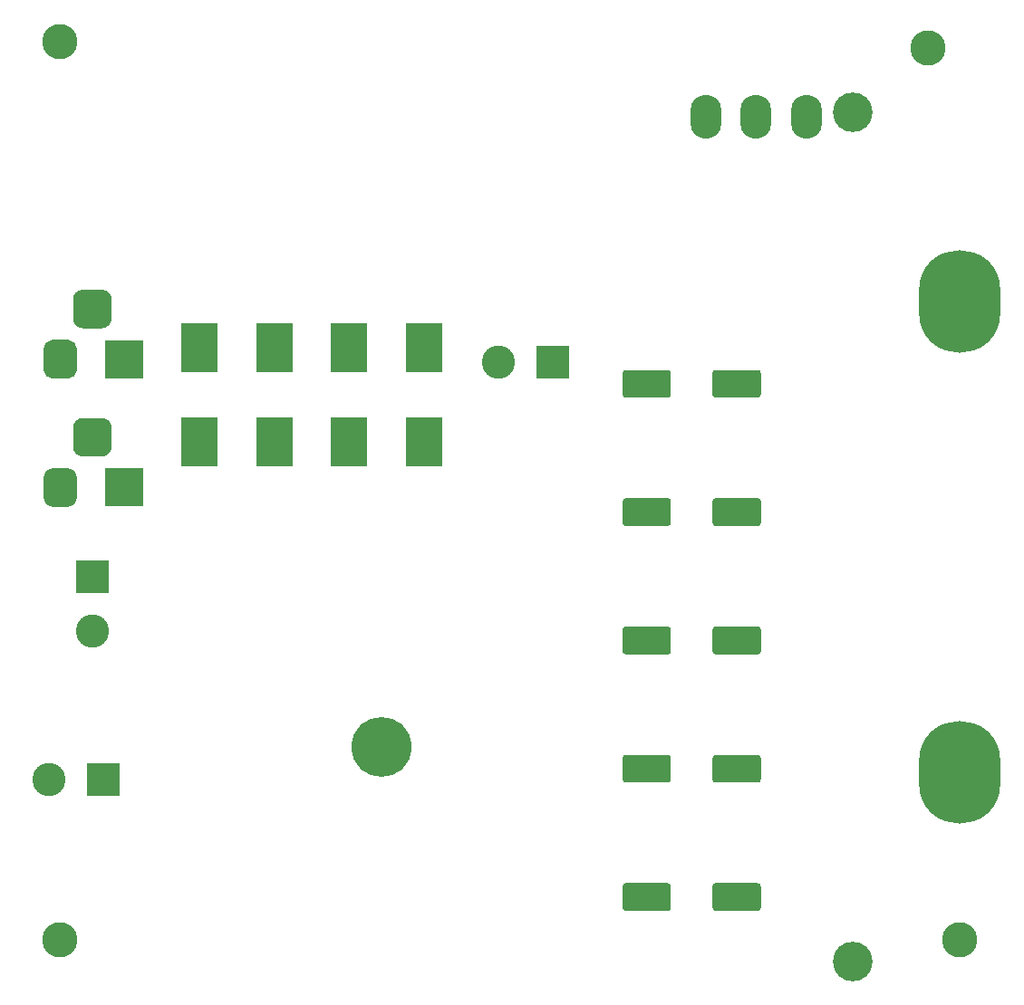
<source format=gbr>
%TF.GenerationSoftware,KiCad,Pcbnew,(5.1.6)-1*%
%TF.CreationDate,2020-10-02T15:43:25+02:00*%
%TF.ProjectId,netzteilegeregelt,6e65747a-7465-4696-9c65-676572656765,rev?*%
%TF.SameCoordinates,Original*%
%TF.FileFunction,Soldermask,Bot*%
%TF.FilePolarity,Negative*%
%FSLAX46Y46*%
G04 Gerber Fmt 4.6, Leading zero omitted, Abs format (unit mm)*
G04 Created by KiCad (PCBNEW (5.1.6)-1) date 2020-10-02 15:43:25*
%MOMM*%
%LPD*%
G01*
G04 APERTURE LIST*
%ADD10O,2.900000X4.100000*%
%ADD11C,3.700000*%
%ADD12O,7.600000X9.600000*%
%ADD13C,3.100000*%
%ADD14R,3.100000X3.100000*%
%ADD15R,3.600000X3.600000*%
%ADD16C,3.300000*%
%ADD17R,3.400000X4.600000*%
%ADD18C,5.600000*%
G04 APERTURE END LIST*
D10*
%TO.C,SW1*%
X127700000Y-65000000D03*
X123000000Y-65000000D03*
X118300000Y-65000000D03*
%TD*%
D11*
%TO.C,R2*%
X132000000Y-144000000D03*
X132000000Y-64600000D03*
D12*
X142000000Y-82300000D03*
X142000000Y-126300000D03*
%TD*%
D13*
%TO.C,J5*%
X61000000Y-113080000D03*
D14*
X61000000Y-108000000D03*
%TD*%
D13*
%TO.C,J4*%
X56920000Y-127000000D03*
D14*
X62000000Y-127000000D03*
%TD*%
D13*
%TO.C,J3*%
X98920000Y-88000000D03*
D14*
X104000000Y-88000000D03*
%TD*%
%TO.C,J2*%
G36*
G01*
X59200000Y-95900000D02*
X59200000Y-94100000D01*
G75*
G02*
X60100000Y-93200000I900000J0D01*
G01*
X61900000Y-93200000D01*
G75*
G02*
X62800000Y-94100000I0J-900000D01*
G01*
X62800000Y-95900000D01*
G75*
G02*
X61900000Y-96800000I-900000J0D01*
G01*
X60100000Y-96800000D01*
G75*
G02*
X59200000Y-95900000I0J900000D01*
G01*
G37*
G36*
G01*
X56450000Y-100725000D02*
X56450000Y-98675000D01*
G75*
G02*
X57225000Y-97900000I775000J0D01*
G01*
X58775000Y-97900000D01*
G75*
G02*
X59550000Y-98675000I0J-775000D01*
G01*
X59550000Y-100725000D01*
G75*
G02*
X58775000Y-101500000I-775000J0D01*
G01*
X57225000Y-101500000D01*
G75*
G02*
X56450000Y-100725000I0J775000D01*
G01*
G37*
D15*
X64000000Y-99700000D03*
%TD*%
%TO.C,J1*%
G36*
G01*
X59200000Y-83900000D02*
X59200000Y-82100000D01*
G75*
G02*
X60100000Y-81200000I900000J0D01*
G01*
X61900000Y-81200000D01*
G75*
G02*
X62800000Y-82100000I0J-900000D01*
G01*
X62800000Y-83900000D01*
G75*
G02*
X61900000Y-84800000I-900000J0D01*
G01*
X60100000Y-84800000D01*
G75*
G02*
X59200000Y-83900000I0J900000D01*
G01*
G37*
G36*
G01*
X56450000Y-88725000D02*
X56450000Y-86675000D01*
G75*
G02*
X57225000Y-85900000I775000J0D01*
G01*
X58775000Y-85900000D01*
G75*
G02*
X59550000Y-86675000I0J-775000D01*
G01*
X59550000Y-88725000D01*
G75*
G02*
X58775000Y-89500000I-775000J0D01*
G01*
X57225000Y-89500000D01*
G75*
G02*
X56450000Y-88725000I0J775000D01*
G01*
G37*
X64000000Y-87700000D03*
%TD*%
D16*
%TO.C,H4*%
X142000000Y-142000000D03*
%TD*%
%TO.C,H3*%
X58000000Y-58000000D03*
%TD*%
%TO.C,H2*%
X58000000Y-142000000D03*
%TD*%
%TO.C,H1*%
X139040000Y-58575000D03*
%TD*%
D17*
%TO.C,D4*%
X71000000Y-95400000D03*
X71000000Y-86600000D03*
%TD*%
%TO.C,D3*%
X78000000Y-86600000D03*
X78000000Y-95400000D03*
%TD*%
%TO.C,D2*%
X92000000Y-95400000D03*
X92000000Y-86600000D03*
%TD*%
%TO.C,D1*%
X85000000Y-86600000D03*
X85000000Y-95400000D03*
%TD*%
%TO.C,C5*%
G36*
G01*
X118950000Y-115040000D02*
X118950000Y-112960000D01*
G75*
G02*
X119210000Y-112700000I260000J0D01*
G01*
X123190000Y-112700000D01*
G75*
G02*
X123450000Y-112960000I0J-260000D01*
G01*
X123450000Y-115040000D01*
G75*
G02*
X123190000Y-115300000I-260000J0D01*
G01*
X119210000Y-115300000D01*
G75*
G02*
X118950000Y-115040000I0J260000D01*
G01*
G37*
G36*
G01*
X110550000Y-115040000D02*
X110550000Y-112960000D01*
G75*
G02*
X110810000Y-112700000I260000J0D01*
G01*
X114790000Y-112700000D01*
G75*
G02*
X115050000Y-112960000I0J-260000D01*
G01*
X115050000Y-115040000D01*
G75*
G02*
X114790000Y-115300000I-260000J0D01*
G01*
X110810000Y-115300000D01*
G75*
G02*
X110550000Y-115040000I0J260000D01*
G01*
G37*
%TD*%
%TO.C,C4*%
G36*
G01*
X118950000Y-139040000D02*
X118950000Y-136960000D01*
G75*
G02*
X119210000Y-136700000I260000J0D01*
G01*
X123190000Y-136700000D01*
G75*
G02*
X123450000Y-136960000I0J-260000D01*
G01*
X123450000Y-139040000D01*
G75*
G02*
X123190000Y-139300000I-260000J0D01*
G01*
X119210000Y-139300000D01*
G75*
G02*
X118950000Y-139040000I0J260000D01*
G01*
G37*
G36*
G01*
X110550000Y-139040000D02*
X110550000Y-136960000D01*
G75*
G02*
X110810000Y-136700000I260000J0D01*
G01*
X114790000Y-136700000D01*
G75*
G02*
X115050000Y-136960000I0J-260000D01*
G01*
X115050000Y-139040000D01*
G75*
G02*
X114790000Y-139300000I-260000J0D01*
G01*
X110810000Y-139300000D01*
G75*
G02*
X110550000Y-139040000I0J260000D01*
G01*
G37*
%TD*%
%TO.C,C3*%
G36*
G01*
X118950000Y-91040000D02*
X118950000Y-88960000D01*
G75*
G02*
X119210000Y-88700000I260000J0D01*
G01*
X123190000Y-88700000D01*
G75*
G02*
X123450000Y-88960000I0J-260000D01*
G01*
X123450000Y-91040000D01*
G75*
G02*
X123190000Y-91300000I-260000J0D01*
G01*
X119210000Y-91300000D01*
G75*
G02*
X118950000Y-91040000I0J260000D01*
G01*
G37*
G36*
G01*
X110550000Y-91040000D02*
X110550000Y-88960000D01*
G75*
G02*
X110810000Y-88700000I260000J0D01*
G01*
X114790000Y-88700000D01*
G75*
G02*
X115050000Y-88960000I0J-260000D01*
G01*
X115050000Y-91040000D01*
G75*
G02*
X114790000Y-91300000I-260000J0D01*
G01*
X110810000Y-91300000D01*
G75*
G02*
X110550000Y-91040000I0J260000D01*
G01*
G37*
%TD*%
%TO.C,C2*%
G36*
G01*
X118950000Y-127040000D02*
X118950000Y-124960000D01*
G75*
G02*
X119210000Y-124700000I260000J0D01*
G01*
X123190000Y-124700000D01*
G75*
G02*
X123450000Y-124960000I0J-260000D01*
G01*
X123450000Y-127040000D01*
G75*
G02*
X123190000Y-127300000I-260000J0D01*
G01*
X119210000Y-127300000D01*
G75*
G02*
X118950000Y-127040000I0J260000D01*
G01*
G37*
G36*
G01*
X110550000Y-127040000D02*
X110550000Y-124960000D01*
G75*
G02*
X110810000Y-124700000I260000J0D01*
G01*
X114790000Y-124700000D01*
G75*
G02*
X115050000Y-124960000I0J-260000D01*
G01*
X115050000Y-127040000D01*
G75*
G02*
X114790000Y-127300000I-260000J0D01*
G01*
X110810000Y-127300000D01*
G75*
G02*
X110550000Y-127040000I0J260000D01*
G01*
G37*
%TD*%
%TO.C,C1*%
G36*
G01*
X118950000Y-103040000D02*
X118950000Y-100960000D01*
G75*
G02*
X119210000Y-100700000I260000J0D01*
G01*
X123190000Y-100700000D01*
G75*
G02*
X123450000Y-100960000I0J-260000D01*
G01*
X123450000Y-103040000D01*
G75*
G02*
X123190000Y-103300000I-260000J0D01*
G01*
X119210000Y-103300000D01*
G75*
G02*
X118950000Y-103040000I0J260000D01*
G01*
G37*
G36*
G01*
X110550000Y-103040000D02*
X110550000Y-100960000D01*
G75*
G02*
X110810000Y-100700000I260000J0D01*
G01*
X114790000Y-100700000D01*
G75*
G02*
X115050000Y-100960000I0J-260000D01*
G01*
X115050000Y-103040000D01*
G75*
G02*
X114790000Y-103300000I-260000J0D01*
G01*
X110810000Y-103300000D01*
G75*
G02*
X110550000Y-103040000I0J260000D01*
G01*
G37*
%TD*%
D18*
%TO.C,R1*%
X88000000Y-124000000D03*
%TD*%
M02*

</source>
